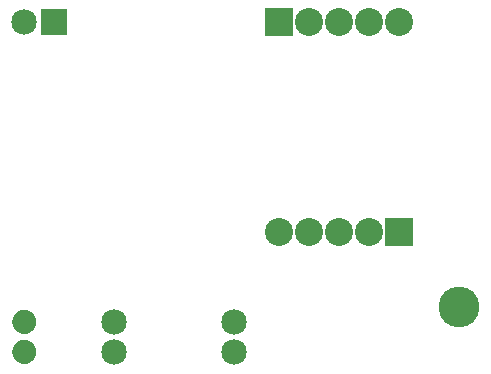
<source format=gts>
G04 MADE WITH FRITZING*
G04 WWW.FRITZING.ORG*
G04 DOUBLE SIDED*
G04 HOLES PLATED*
G04 CONTOUR ON CENTER OF CONTOUR VECTOR*
%ASAXBY*%
%FSLAX23Y23*%
%MOIN*%
%OFA0B0*%
%SFA1.0B1.0*%
%ADD10C,0.135984*%
%ADD11C,0.085000*%
%ADD12C,0.093307*%
%ADD13R,0.085000X0.085000*%
%ADD14R,0.093307X0.093307*%
%ADD15R,0.001000X0.001000*%
%LNMASK1*%
G90*
G70*
G54D10*
X1631Y324D03*
G54D11*
X481Y174D03*
X881Y174D03*
X481Y274D03*
X881Y274D03*
X281Y1274D03*
X181Y1274D03*
G54D12*
X1431Y574D03*
X1331Y574D03*
X1231Y574D03*
X1131Y574D03*
X1031Y574D03*
X1031Y1274D03*
X1131Y1274D03*
X1231Y1274D03*
X1331Y1274D03*
X1431Y1274D03*
G54D13*
X281Y1274D03*
G54D14*
X1431Y574D03*
X1031Y1274D03*
G54D15*
X176Y315D02*
X184Y315D01*
X171Y314D02*
X190Y314D01*
X168Y313D02*
X193Y313D01*
X165Y312D02*
X196Y312D01*
X163Y311D02*
X198Y311D01*
X161Y310D02*
X200Y310D01*
X159Y309D02*
X201Y309D01*
X158Y308D02*
X203Y308D01*
X157Y307D02*
X204Y307D01*
X155Y306D02*
X206Y306D01*
X154Y305D02*
X207Y305D01*
X153Y304D02*
X208Y304D01*
X152Y303D02*
X209Y303D01*
X151Y302D02*
X210Y302D01*
X150Y301D02*
X211Y301D01*
X150Y300D02*
X211Y300D01*
X149Y299D02*
X212Y299D01*
X148Y298D02*
X213Y298D01*
X147Y297D02*
X213Y297D01*
X147Y296D02*
X214Y296D01*
X146Y295D02*
X215Y295D01*
X146Y294D02*
X215Y294D01*
X145Y293D02*
X216Y293D01*
X145Y292D02*
X216Y292D01*
X144Y291D02*
X217Y291D01*
X144Y290D02*
X217Y290D01*
X143Y289D02*
X217Y289D01*
X143Y288D02*
X218Y288D01*
X143Y287D02*
X218Y287D01*
X142Y286D02*
X218Y286D01*
X142Y285D02*
X219Y285D01*
X142Y284D02*
X219Y284D01*
X142Y283D02*
X219Y283D01*
X142Y282D02*
X219Y282D01*
X141Y281D02*
X219Y281D01*
X141Y280D02*
X220Y280D01*
X141Y279D02*
X220Y279D01*
X141Y278D02*
X220Y278D01*
X141Y277D02*
X220Y277D01*
X141Y276D02*
X220Y276D01*
X141Y275D02*
X220Y275D01*
X141Y274D02*
X220Y274D01*
X141Y273D02*
X220Y273D01*
X141Y272D02*
X220Y272D01*
X141Y271D02*
X220Y271D01*
X141Y270D02*
X219Y270D01*
X142Y269D02*
X219Y269D01*
X142Y268D02*
X219Y268D01*
X142Y267D02*
X219Y267D01*
X142Y266D02*
X219Y266D01*
X142Y265D02*
X218Y265D01*
X143Y264D02*
X218Y264D01*
X143Y263D02*
X218Y263D01*
X143Y262D02*
X218Y262D01*
X144Y261D02*
X217Y261D01*
X144Y260D02*
X217Y260D01*
X144Y259D02*
X216Y259D01*
X145Y258D02*
X216Y258D01*
X145Y257D02*
X215Y257D01*
X146Y256D02*
X215Y256D01*
X147Y255D02*
X214Y255D01*
X147Y254D02*
X214Y254D01*
X148Y253D02*
X213Y253D01*
X149Y252D02*
X212Y252D01*
X149Y251D02*
X212Y251D01*
X150Y250D02*
X211Y250D01*
X151Y249D02*
X210Y249D01*
X152Y248D02*
X209Y248D01*
X153Y247D02*
X208Y247D01*
X154Y246D02*
X207Y246D01*
X155Y245D02*
X206Y245D01*
X156Y244D02*
X205Y244D01*
X158Y243D02*
X203Y243D01*
X159Y242D02*
X202Y242D01*
X161Y241D02*
X200Y241D01*
X162Y240D02*
X199Y240D01*
X164Y239D02*
X196Y239D01*
X167Y238D02*
X194Y238D01*
X170Y237D02*
X191Y237D01*
X175Y236D02*
X186Y236D01*
X176Y215D02*
X185Y215D01*
X171Y214D02*
X190Y214D01*
X167Y213D02*
X193Y213D01*
X165Y212D02*
X196Y212D01*
X163Y211D02*
X198Y211D01*
X161Y210D02*
X200Y210D01*
X159Y209D02*
X201Y209D01*
X158Y208D02*
X203Y208D01*
X157Y207D02*
X204Y207D01*
X155Y206D02*
X206Y206D01*
X154Y205D02*
X207Y205D01*
X153Y204D02*
X208Y204D01*
X152Y203D02*
X209Y203D01*
X151Y202D02*
X210Y202D01*
X150Y201D02*
X211Y201D01*
X150Y200D02*
X211Y200D01*
X149Y199D02*
X212Y199D01*
X148Y198D02*
X213Y198D01*
X147Y197D02*
X213Y197D01*
X147Y196D02*
X214Y196D01*
X146Y195D02*
X215Y195D01*
X146Y194D02*
X215Y194D01*
X145Y193D02*
X216Y193D01*
X145Y192D02*
X216Y192D01*
X144Y191D02*
X217Y191D01*
X144Y190D02*
X217Y190D01*
X143Y189D02*
X217Y189D01*
X143Y188D02*
X218Y188D01*
X143Y187D02*
X218Y187D01*
X142Y186D02*
X218Y186D01*
X142Y185D02*
X219Y185D01*
X142Y184D02*
X219Y184D01*
X142Y183D02*
X219Y183D01*
X142Y182D02*
X219Y182D01*
X141Y181D02*
X219Y181D01*
X141Y180D02*
X220Y180D01*
X141Y179D02*
X220Y179D01*
X141Y178D02*
X220Y178D01*
X141Y177D02*
X220Y177D01*
X141Y176D02*
X220Y176D01*
X141Y175D02*
X220Y175D01*
X141Y174D02*
X220Y174D01*
X141Y173D02*
X220Y173D01*
X141Y172D02*
X220Y172D01*
X141Y171D02*
X220Y171D01*
X141Y170D02*
X219Y170D01*
X142Y169D02*
X219Y169D01*
X142Y168D02*
X219Y168D01*
X142Y167D02*
X219Y167D01*
X142Y166D02*
X219Y166D01*
X142Y165D02*
X218Y165D01*
X143Y164D02*
X218Y164D01*
X143Y163D02*
X218Y163D01*
X143Y162D02*
X218Y162D01*
X144Y161D02*
X217Y161D01*
X144Y160D02*
X217Y160D01*
X144Y159D02*
X216Y159D01*
X145Y158D02*
X216Y158D01*
X145Y157D02*
X215Y157D01*
X146Y156D02*
X215Y156D01*
X147Y155D02*
X214Y155D01*
X147Y154D02*
X214Y154D01*
X148Y153D02*
X213Y153D01*
X149Y152D02*
X212Y152D01*
X149Y151D02*
X211Y151D01*
X150Y150D02*
X211Y150D01*
X151Y149D02*
X210Y149D01*
X152Y148D02*
X209Y148D01*
X153Y147D02*
X208Y147D01*
X154Y146D02*
X207Y146D01*
X155Y145D02*
X206Y145D01*
X156Y144D02*
X205Y144D01*
X158Y143D02*
X203Y143D01*
X159Y142D02*
X202Y142D01*
X161Y141D02*
X200Y141D01*
X162Y140D02*
X198Y140D01*
X164Y139D02*
X196Y139D01*
X167Y138D02*
X194Y138D01*
X170Y137D02*
X191Y137D01*
X175Y136D02*
X186Y136D01*
D02*
G04 End of Mask1*
M02*
</source>
